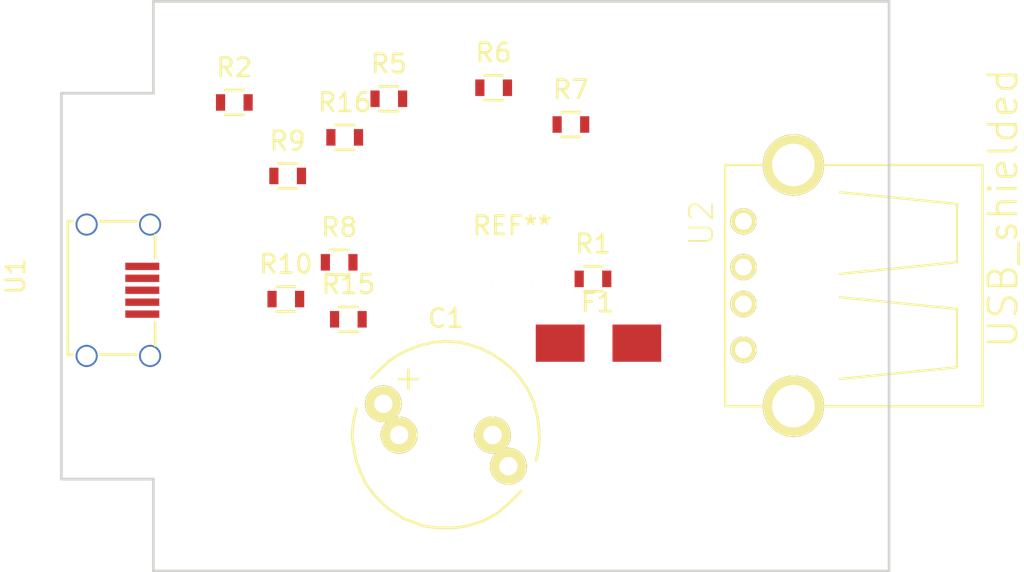
<source format=kicad_pcb>
(kicad_pcb (version 4) (host pcbnew 4.0.4+e1-6308~48~ubuntu16.04.1-stable)

  (general
    (links 19)
    (no_connects 19)
    (area 147.124999 80.924999 192.275001 111.875001)
    (thickness 1.6)
    (drawings 11)
    (tracks 0)
    (zones 0)
    (modules 15)
    (nets 13)
  )

  (page A4)
  (layers
    (0 F.Cu signal)
    (31 B.Cu signal)
    (32 B.Adhes user)
    (33 F.Adhes user)
    (34 B.Paste user)
    (35 F.Paste user)
    (36 B.SilkS user)
    (37 F.SilkS user)
    (38 B.Mask user)
    (39 F.Mask user)
    (40 Dwgs.User user)
    (41 Cmts.User user)
    (42 Eco1.User user)
    (43 Eco2.User user)
    (44 Edge.Cuts user)
    (45 Margin user)
    (46 B.CrtYd user)
    (47 F.CrtYd user)
    (48 B.Fab user)
    (49 F.Fab user)
  )

  (setup
    (last_trace_width 0.25)
    (trace_clearance 0.2)
    (zone_clearance 0.508)
    (zone_45_only no)
    (trace_min 0.2)
    (segment_width 0.2)
    (edge_width 0.15)
    (via_size 0.6)
    (via_drill 0.4)
    (via_min_size 0.4)
    (via_min_drill 0.3)
    (uvia_size 0.3)
    (uvia_drill 0.1)
    (uvias_allowed no)
    (uvia_min_size 0.2)
    (uvia_min_drill 0.1)
    (pcb_text_width 0.3)
    (pcb_text_size 1.5 1.5)
    (mod_edge_width 0.15)
    (mod_text_size 1 1)
    (mod_text_width 0.15)
    (pad_size 1.524 1.524)
    (pad_drill 0.762)
    (pad_to_mask_clearance 0.2)
    (aux_axis_origin 0 0)
    (visible_elements FFFFFF7F)
    (pcbplotparams
      (layerselection 0x00030_80000001)
      (usegerberextensions false)
      (excludeedgelayer true)
      (linewidth 0.100000)
      (plotframeref false)
      (viasonmask false)
      (mode 1)
      (useauxorigin false)
      (hpglpennumber 1)
      (hpglpenspeed 20)
      (hpglpendiameter 15)
      (hpglpenoverlay 2)
      (psnegative false)
      (psa4output false)
      (plotreference true)
      (plotvalue true)
      (plotinvisibletext false)
      (padsonsilk false)
      (subtractmaskfromsilk false)
      (outputformat 1)
      (mirror false)
      (drillshape 1)
      (scaleselection 1)
      (outputdirectory ""))
  )

  (net 0 "")
  (net 1 GND)
  (net 2 +5V)
  (net 3 "Net-(C1-Pad2)")
  (net 4 "Net-(C1-Pad1)")
  (net 5 "Net-(F1-Pad1)")
  (net 6 "Net-(R1-Pad1)")
  (net 7 "Net-(R1-Pad2)")
  (net 8 "Net-(R10-Pad2)")
  (net 9 "Net-(R2-Pad2)")
  (net 10 "Net-(R5-Pad2)")
  (net 11 D+)
  (net 12 D-)

  (net_class Default "This is the default net class."
    (clearance 0.2)
    (trace_width 0.25)
    (via_dia 0.6)
    (via_drill 0.4)
    (uvia_dia 0.3)
    (uvia_drill 0.1)
    (add_net +5V)
    (add_net D+)
    (add_net D-)
    (add_net GND)
    (add_net "Net-(C1-Pad1)")
    (add_net "Net-(C1-Pad2)")
    (add_net "Net-(F1-Pad1)")
    (add_net "Net-(R1-Pad1)")
    (add_net "Net-(R1-Pad2)")
    (add_net "Net-(R10-Pad2)")
    (add_net "Net-(R2-Pad2)")
    (add_net "Net-(R5-Pad2)")
  )

  (module Capacitors_ThroughHole:C_Radial_D10_L20_P5-7.5 (layer F.Cu) (tedit 0) (tstamp 5803E1B9)
    (at 168.3 104.4)
    (descr "Electrolytic Capacitor, vertical, diameter 10mm, RM 5-7.5mm, Copper without +, radial,")
    (tags "Electrolytic Capacitor, vertical, diameter 10mm, RM 5-7.5mm, Copper without +, radial,")
    (path /58040830)
    (fp_text reference C1 (at 0 -6.35) (layer F.SilkS)
      (effects (font (size 1 1) (thickness 0.15)))
    )
    (fp_text value CP (at 0 6.35) (layer F.Fab)
      (effects (font (size 1 1) (thickness 0.15)))
    )
    (fp_line (start -4.84886 -1.45034) (end -4.95046 -1.09982) (layer F.SilkS) (width 0.15))
    (fp_line (start -4.95046 -1.09982) (end -5.04952 -0.59944) (layer F.SilkS) (width 0.15))
    (fp_line (start -5.04952 -0.59944) (end -5.10032 0.09906) (layer F.SilkS) (width 0.15))
    (fp_line (start -5.10032 0.09906) (end -5.00126 0.70104) (layer F.SilkS) (width 0.15))
    (fp_line (start -5.00126 0.70104) (end -4.89966 1.30048) (layer F.SilkS) (width 0.15))
    (fp_line (start -4.89966 1.30048) (end -4.65074 1.99898) (layer F.SilkS) (width 0.15))
    (fp_line (start -4.65074 1.99898) (end -4.35102 2.64922) (layer F.SilkS) (width 0.15))
    (fp_line (start -4.35102 2.64922) (end -3.8989 3.2512) (layer F.SilkS) (width 0.15))
    (fp_line (start -3.8989 3.2512) (end -3.2004 3.9497) (layer F.SilkS) (width 0.15))
    (fp_line (start -3.2004 3.9497) (end -2.30124 4.54914) (layer F.SilkS) (width 0.15))
    (fp_line (start -2.30124 4.54914) (end -1.19888 4.95046) (layer F.SilkS) (width 0.15))
    (fp_line (start -1.19888 4.95046) (end -0.44958 5.04952) (layer F.SilkS) (width 0.15))
    (fp_line (start -0.44958 5.04952) (end 0.44958 5.04952) (layer F.SilkS) (width 0.15))
    (fp_line (start 0.44958 5.04952) (end 1.15062 4.95046) (layer F.SilkS) (width 0.15))
    (fp_line (start 1.15062 4.95046) (end 2.10058 4.65074) (layer F.SilkS) (width 0.15))
    (fp_line (start 2.10058 4.65074) (end 2.79908 4.24942) (layer F.SilkS) (width 0.15))
    (fp_line (start 2.79908 4.24942) (end 3.50012 3.64998) (layer F.SilkS) (width 0.15))
    (fp_line (start 3.50012 3.64998) (end 4.09956 3.05054) (layer F.SilkS) (width 0.15))
    (fp_line (start 4.95046 -1.15062) (end 4.7498 -1.84912) (layer F.SilkS) (width 0.15))
    (fp_line (start 4.7498 -1.84912) (end 4.45008 -2.49936) (layer F.SilkS) (width 0.15))
    (fp_line (start 4.45008 -2.49936) (end 4.0005 -3.1496) (layer F.SilkS) (width 0.15))
    (fp_line (start 4.0005 -3.1496) (end 3.59918 -3.59918) (layer F.SilkS) (width 0.15))
    (fp_line (start 3.59918 -3.59918) (end 3.05054 -4.04876) (layer F.SilkS) (width 0.15))
    (fp_line (start 3.05054 -4.04876) (end 2.60096 -4.35102) (layer F.SilkS) (width 0.15))
    (fp_line (start 2.60096 -4.35102) (end 1.95072 -4.699) (layer F.SilkS) (width 0.15))
    (fp_line (start 1.95072 -4.699) (end 1.34874 -4.89966) (layer F.SilkS) (width 0.15))
    (fp_line (start 1.34874 -4.89966) (end 0.70104 -5.04952) (layer F.SilkS) (width 0.15))
    (fp_line (start 0.70104 -5.04952) (end -0.0508 -5.10032) (layer F.SilkS) (width 0.15))
    (fp_line (start -0.0508 -5.10032) (end -0.70104 -5.04952) (layer F.SilkS) (width 0.15))
    (fp_line (start -0.70104 -5.04952) (end -1.50114 -4.84886) (layer F.SilkS) (width 0.15))
    (fp_line (start -1.50114 -4.84886) (end -2.3495 -4.50088) (layer F.SilkS) (width 0.15))
    (fp_line (start -2.3495 -4.50088) (end -2.99974 -4.09956) (layer F.SilkS) (width 0.15))
    (fp_line (start -2.99974 -4.09956) (end -3.59918 -3.55092) (layer F.SilkS) (width 0.15))
    (fp_line (start -3.59918 -3.55092) (end -4.04876 -3.0988) (layer F.SilkS) (width 0.15))
    (fp_line (start 4.89966 1.39954) (end 5.00126 0.94996) (layer F.SilkS) (width 0.15))
    (fp_line (start 5.00126 0.94996) (end 5.10032 0.24892) (layer F.SilkS) (width 0.15))
    (fp_line (start 5.10032 0.24892) (end 5.04952 -0.50038) (layer F.SilkS) (width 0.15))
    (fp_line (start 5.04952 -0.50038) (end 4.95046 -1.15062) (layer F.SilkS) (width 0.15))
    (fp_line (start -2.032 -3.556) (end -2.032 -2.54) (layer F.SilkS) (width 0.15))
    (fp_line (start -2.54 -3.048) (end -1.524 -3.048) (layer F.SilkS) (width 0.15))
    (pad 2 thru_hole circle (at 3.40106 1.69926) (size 1.99898 1.99898) (drill 1.00076) (layers *.Cu *.Mask F.SilkS)
      (net 3 "Net-(C1-Pad2)"))
    (pad 1 thru_hole circle (at -3.40106 -1.69926) (size 1.99898 1.99898) (drill 1.00076) (layers *.Cu *.Mask F.SilkS)
      (net 4 "Net-(C1-Pad1)"))
    (pad 2 thru_hole circle (at 2.54 0) (size 1.99898 1.99898) (drill 1.00076) (layers *.Cu *.Mask F.SilkS)
      (net 3 "Net-(C1-Pad2)"))
    (pad 1 thru_hole circle (at -2.54 0) (size 1.99898 1.99898) (drill 1.00076) (layers *.Cu *.Mask F.SilkS)
      (net 4 "Net-(C1-Pad1)"))
  )

  (module Fuse_Holders_and_Fuses:Fuse_SMD1206_HandSoldering (layer F.Cu) (tedit 0) (tstamp 5803E1BF)
    (at 176.6 99.4)
    (descr "Fuse, Sicherung, SMD1206, Littlefuse-Wickmann 433 Series, Hand Soldering,")
    (tags "Fuse, Sicherung, SMD1206,  Littlefuse-Wickmann 433 Series, Hand Soldering,")
    (path /5803D906)
    (attr smd)
    (fp_text reference F1 (at -0.0508 -2.19964) (layer F.SilkS)
      (effects (font (size 1 1) (thickness 0.15)))
    )
    (fp_text value FUSE (at -0.14986 2.49936) (layer F.Fab)
      (effects (font (size 1 1) (thickness 0.15)))
    )
    (pad 1 smd rect (at -2.08534 0 90) (size 2.02946 2.65176) (layers F.Cu F.Paste F.Mask)
      (net 5 "Net-(F1-Pad1)"))
    (pad 2 smd rect (at 2.08534 0 90) (size 2.02946 2.65176) (layers F.Cu F.Paste F.Mask)
      (net 2 +5V))
  )

  (module Resistors_SMD:R_0603 (layer F.Cu) (tedit 5415CC62) (tstamp 5803E1C5)
    (at 176.3 95.9)
    (descr "Resistor SMD 0603, reflow soldering, Vishay (see dcrcw.pdf)")
    (tags "resistor 0603")
    (path /5803DB01)
    (attr smd)
    (fp_text reference R1 (at 0 -1.9) (layer F.SilkS)
      (effects (font (size 1 1) (thickness 0.15)))
    )
    (fp_text value R (at 0 1.9) (layer F.Fab)
      (effects (font (size 1 1) (thickness 0.15)))
    )
    (fp_line (start -1.3 -0.8) (end 1.3 -0.8) (layer F.CrtYd) (width 0.05))
    (fp_line (start -1.3 0.8) (end 1.3 0.8) (layer F.CrtYd) (width 0.05))
    (fp_line (start -1.3 -0.8) (end -1.3 0.8) (layer F.CrtYd) (width 0.05))
    (fp_line (start 1.3 -0.8) (end 1.3 0.8) (layer F.CrtYd) (width 0.05))
    (fp_line (start 0.5 0.675) (end -0.5 0.675) (layer F.SilkS) (width 0.15))
    (fp_line (start -0.5 -0.675) (end 0.5 -0.675) (layer F.SilkS) (width 0.15))
    (pad 1 smd rect (at -0.75 0) (size 0.5 0.9) (layers F.Cu F.Paste F.Mask)
      (net 6 "Net-(R1-Pad1)"))
    (pad 2 smd rect (at 0.75 0) (size 0.5 0.9) (layers F.Cu F.Paste F.Mask)
      (net 7 "Net-(R1-Pad2)"))
    (model Resistors_SMD.3dshapes/R_0603.wrl
      (at (xyz 0 0 0))
      (scale (xyz 1 1 1))
      (rotate (xyz 0 0 0))
    )
  )

  (module Resistors_SMD:R_0603 (layer F.Cu) (tedit 5415CC62) (tstamp 5803E1CB)
    (at 156.8 86.3)
    (descr "Resistor SMD 0603, reflow soldering, Vishay (see dcrcw.pdf)")
    (tags "resistor 0603")
    (path /5803EDA1)
    (attr smd)
    (fp_text reference R2 (at 0 -1.9) (layer F.SilkS)
      (effects (font (size 1 1) (thickness 0.15)))
    )
    (fp_text value R (at 0 1.9) (layer F.Fab)
      (effects (font (size 1 1) (thickness 0.15)))
    )
    (fp_line (start -1.3 -0.8) (end 1.3 -0.8) (layer F.CrtYd) (width 0.05))
    (fp_line (start -1.3 0.8) (end 1.3 0.8) (layer F.CrtYd) (width 0.05))
    (fp_line (start -1.3 -0.8) (end -1.3 0.8) (layer F.CrtYd) (width 0.05))
    (fp_line (start 1.3 -0.8) (end 1.3 0.8) (layer F.CrtYd) (width 0.05))
    (fp_line (start 0.5 0.675) (end -0.5 0.675) (layer F.SilkS) (width 0.15))
    (fp_line (start -0.5 -0.675) (end 0.5 -0.675) (layer F.SilkS) (width 0.15))
    (pad 1 smd rect (at -0.75 0) (size 0.5 0.9) (layers F.Cu F.Paste F.Mask)
      (net 8 "Net-(R10-Pad2)"))
    (pad 2 smd rect (at 0.75 0) (size 0.5 0.9) (layers F.Cu F.Paste F.Mask)
      (net 9 "Net-(R2-Pad2)"))
    (model Resistors_SMD.3dshapes/R_0603.wrl
      (at (xyz 0 0 0))
      (scale (xyz 1 1 1))
      (rotate (xyz 0 0 0))
    )
  )

  (module Resistors_SMD:R_0603 (layer F.Cu) (tedit 5415CC62) (tstamp 5803E1DD)
    (at 165.2 86.1)
    (descr "Resistor SMD 0603, reflow soldering, Vishay (see dcrcw.pdf)")
    (tags "resistor 0603")
    (path /5803DF41)
    (attr smd)
    (fp_text reference R5 (at 0 -1.9) (layer F.SilkS)
      (effects (font (size 1 1) (thickness 0.15)))
    )
    (fp_text value R (at 0 1.9) (layer F.Fab)
      (effects (font (size 1 1) (thickness 0.15)))
    )
    (fp_line (start -1.3 -0.8) (end 1.3 -0.8) (layer F.CrtYd) (width 0.05))
    (fp_line (start -1.3 0.8) (end 1.3 0.8) (layer F.CrtYd) (width 0.05))
    (fp_line (start -1.3 -0.8) (end -1.3 0.8) (layer F.CrtYd) (width 0.05))
    (fp_line (start 1.3 -0.8) (end 1.3 0.8) (layer F.CrtYd) (width 0.05))
    (fp_line (start 0.5 0.675) (end -0.5 0.675) (layer F.SilkS) (width 0.15))
    (fp_line (start -0.5 -0.675) (end 0.5 -0.675) (layer F.SilkS) (width 0.15))
    (pad 1 smd rect (at -0.75 0) (size 0.5 0.9) (layers F.Cu F.Paste F.Mask)
      (net 1 GND))
    (pad 2 smd rect (at 0.75 0) (size 0.5 0.9) (layers F.Cu F.Paste F.Mask)
      (net 10 "Net-(R5-Pad2)"))
    (model Resistors_SMD.3dshapes/R_0603.wrl
      (at (xyz 0 0 0))
      (scale (xyz 1 1 1))
      (rotate (xyz 0 0 0))
    )
  )

  (module Resistors_SMD:R_0603 (layer F.Cu) (tedit 5415CC62) (tstamp 5803E1E3)
    (at 170.9 85.5)
    (descr "Resistor SMD 0603, reflow soldering, Vishay (see dcrcw.pdf)")
    (tags "resistor 0603")
    (path /5803DFB0)
    (attr smd)
    (fp_text reference R6 (at 0 -1.9) (layer F.SilkS)
      (effects (font (size 1 1) (thickness 0.15)))
    )
    (fp_text value R (at 0 1.9) (layer F.Fab)
      (effects (font (size 1 1) (thickness 0.15)))
    )
    (fp_line (start -1.3 -0.8) (end 1.3 -0.8) (layer F.CrtYd) (width 0.05))
    (fp_line (start -1.3 0.8) (end 1.3 0.8) (layer F.CrtYd) (width 0.05))
    (fp_line (start -1.3 -0.8) (end -1.3 0.8) (layer F.CrtYd) (width 0.05))
    (fp_line (start 1.3 -0.8) (end 1.3 0.8) (layer F.CrtYd) (width 0.05))
    (fp_line (start 0.5 0.675) (end -0.5 0.675) (layer F.SilkS) (width 0.15))
    (fp_line (start -0.5 -0.675) (end 0.5 -0.675) (layer F.SilkS) (width 0.15))
    (pad 1 smd rect (at -0.75 0) (size 0.5 0.9) (layers F.Cu F.Paste F.Mask)
      (net 2 +5V))
    (pad 2 smd rect (at 0.75 0) (size 0.5 0.9) (layers F.Cu F.Paste F.Mask)
      (net 10 "Net-(R5-Pad2)"))
    (model Resistors_SMD.3dshapes/R_0603.wrl
      (at (xyz 0 0 0))
      (scale (xyz 1 1 1))
      (rotate (xyz 0 0 0))
    )
  )

  (module Resistors_SMD:R_0603 (layer F.Cu) (tedit 5415CC62) (tstamp 5803E1E9)
    (at 175.1 87.5)
    (descr "Resistor SMD 0603, reflow soldering, Vishay (see dcrcw.pdf)")
    (tags "resistor 0603")
    (path /5803DB72)
    (attr smd)
    (fp_text reference R7 (at 0 -1.9) (layer F.SilkS)
      (effects (font (size 1 1) (thickness 0.15)))
    )
    (fp_text value R (at 0 1.9) (layer F.Fab)
      (effects (font (size 1 1) (thickness 0.15)))
    )
    (fp_line (start -1.3 -0.8) (end 1.3 -0.8) (layer F.CrtYd) (width 0.05))
    (fp_line (start -1.3 0.8) (end 1.3 0.8) (layer F.CrtYd) (width 0.05))
    (fp_line (start -1.3 -0.8) (end -1.3 0.8) (layer F.CrtYd) (width 0.05))
    (fp_line (start 1.3 -0.8) (end 1.3 0.8) (layer F.CrtYd) (width 0.05))
    (fp_line (start 0.5 0.675) (end -0.5 0.675) (layer F.SilkS) (width 0.15))
    (fp_line (start -0.5 -0.675) (end 0.5 -0.675) (layer F.SilkS) (width 0.15))
    (pad 1 smd rect (at -0.75 0) (size 0.5 0.9) (layers F.Cu F.Paste F.Mask)
      (net 11 D+))
    (pad 2 smd rect (at 0.75 0) (size 0.5 0.9) (layers F.Cu F.Paste F.Mask)
      (net 7 "Net-(R1-Pad2)"))
    (model Resistors_SMD.3dshapes/R_0603.wrl
      (at (xyz 0 0 0))
      (scale (xyz 1 1 1))
      (rotate (xyz 0 0 0))
    )
  )

  (module Resistors_SMD:R_0603 (layer F.Cu) (tedit 5415CC62) (tstamp 5803E1EF)
    (at 162.5 95)
    (descr "Resistor SMD 0603, reflow soldering, Vishay (see dcrcw.pdf)")
    (tags "resistor 0603")
    (path /5803DBB9)
    (attr smd)
    (fp_text reference R8 (at 0 -1.9) (layer F.SilkS)
      (effects (font (size 1 1) (thickness 0.15)))
    )
    (fp_text value R (at 0 1.9) (layer F.Fab)
      (effects (font (size 1 1) (thickness 0.15)))
    )
    (fp_line (start -1.3 -0.8) (end 1.3 -0.8) (layer F.CrtYd) (width 0.05))
    (fp_line (start -1.3 0.8) (end 1.3 0.8) (layer F.CrtYd) (width 0.05))
    (fp_line (start -1.3 -0.8) (end -1.3 0.8) (layer F.CrtYd) (width 0.05))
    (fp_line (start 1.3 -0.8) (end 1.3 0.8) (layer F.CrtYd) (width 0.05))
    (fp_line (start 0.5 0.675) (end -0.5 0.675) (layer F.SilkS) (width 0.15))
    (fp_line (start -0.5 -0.675) (end 0.5 -0.675) (layer F.SilkS) (width 0.15))
    (pad 1 smd rect (at -0.75 0) (size 0.5 0.9) (layers F.Cu F.Paste F.Mask)
      (net 12 D-))
    (pad 2 smd rect (at 0.75 0) (size 0.5 0.9) (layers F.Cu F.Paste F.Mask)
      (net 6 "Net-(R1-Pad1)"))
    (model Resistors_SMD.3dshapes/R_0603.wrl
      (at (xyz 0 0 0))
      (scale (xyz 1 1 1))
      (rotate (xyz 0 0 0))
    )
  )

  (module Resistors_SMD:R_0603 (layer F.Cu) (tedit 5415CC62) (tstamp 5803E1F5)
    (at 159.7 90.3)
    (descr "Resistor SMD 0603, reflow soldering, Vishay (see dcrcw.pdf)")
    (tags "resistor 0603")
    (path /5803EDA7)
    (attr smd)
    (fp_text reference R9 (at 0 -1.9) (layer F.SilkS)
      (effects (font (size 1 1) (thickness 0.15)))
    )
    (fp_text value R (at 0 1.9) (layer F.Fab)
      (effects (font (size 1 1) (thickness 0.15)))
    )
    (fp_line (start -1.3 -0.8) (end 1.3 -0.8) (layer F.CrtYd) (width 0.05))
    (fp_line (start -1.3 0.8) (end 1.3 0.8) (layer F.CrtYd) (width 0.05))
    (fp_line (start -1.3 -0.8) (end -1.3 0.8) (layer F.CrtYd) (width 0.05))
    (fp_line (start 1.3 -0.8) (end 1.3 0.8) (layer F.CrtYd) (width 0.05))
    (fp_line (start 0.5 0.675) (end -0.5 0.675) (layer F.SilkS) (width 0.15))
    (fp_line (start -0.5 -0.675) (end 0.5 -0.675) (layer F.SilkS) (width 0.15))
    (pad 1 smd rect (at -0.75 0) (size 0.5 0.9) (layers F.Cu F.Paste F.Mask)
      (net 12 D-))
    (pad 2 smd rect (at 0.75 0) (size 0.5 0.9) (layers F.Cu F.Paste F.Mask)
      (net 9 "Net-(R2-Pad2)"))
    (model Resistors_SMD.3dshapes/R_0603.wrl
      (at (xyz 0 0 0))
      (scale (xyz 1 1 1))
      (rotate (xyz 0 0 0))
    )
  )

  (module Resistors_SMD:R_0603 (layer F.Cu) (tedit 5415CC62) (tstamp 5803E1FB)
    (at 159.6 97)
    (descr "Resistor SMD 0603, reflow soldering, Vishay (see dcrcw.pdf)")
    (tags "resistor 0603")
    (path /5803EDAD)
    (attr smd)
    (fp_text reference R10 (at 0 -1.9) (layer F.SilkS)
      (effects (font (size 1 1) (thickness 0.15)))
    )
    (fp_text value R (at 0 1.9) (layer F.Fab)
      (effects (font (size 1 1) (thickness 0.15)))
    )
    (fp_line (start -1.3 -0.8) (end 1.3 -0.8) (layer F.CrtYd) (width 0.05))
    (fp_line (start -1.3 0.8) (end 1.3 0.8) (layer F.CrtYd) (width 0.05))
    (fp_line (start -1.3 -0.8) (end -1.3 0.8) (layer F.CrtYd) (width 0.05))
    (fp_line (start 1.3 -0.8) (end 1.3 0.8) (layer F.CrtYd) (width 0.05))
    (fp_line (start 0.5 0.675) (end -0.5 0.675) (layer F.SilkS) (width 0.15))
    (fp_line (start -0.5 -0.675) (end 0.5 -0.675) (layer F.SilkS) (width 0.15))
    (pad 1 smd rect (at -0.75 0) (size 0.5 0.9) (layers F.Cu F.Paste F.Mask)
      (net 11 D+))
    (pad 2 smd rect (at 0.75 0) (size 0.5 0.9) (layers F.Cu F.Paste F.Mask)
      (net 8 "Net-(R10-Pad2)"))
    (model Resistors_SMD.3dshapes/R_0603.wrl
      (at (xyz 0 0 0))
      (scale (xyz 1 1 1))
      (rotate (xyz 0 0 0))
    )
  )

  (module Resistors_SMD:R_0603 (layer F.Cu) (tedit 5415CC62) (tstamp 5803E219)
    (at 163 98.1)
    (descr "Resistor SMD 0603, reflow soldering, Vishay (see dcrcw.pdf)")
    (tags "resistor 0603")
    (path /5803DD14)
    (attr smd)
    (fp_text reference R15 (at 0 -1.9) (layer F.SilkS)
      (effects (font (size 1 1) (thickness 0.15)))
    )
    (fp_text value R (at 0 1.9) (layer F.Fab)
      (effects (font (size 1 1) (thickness 0.15)))
    )
    (fp_line (start -1.3 -0.8) (end 1.3 -0.8) (layer F.CrtYd) (width 0.05))
    (fp_line (start -1.3 0.8) (end 1.3 0.8) (layer F.CrtYd) (width 0.05))
    (fp_line (start -1.3 -0.8) (end -1.3 0.8) (layer F.CrtYd) (width 0.05))
    (fp_line (start 1.3 -0.8) (end 1.3 0.8) (layer F.CrtYd) (width 0.05))
    (fp_line (start 0.5 0.675) (end -0.5 0.675) (layer F.SilkS) (width 0.15))
    (fp_line (start -0.5 -0.675) (end 0.5 -0.675) (layer F.SilkS) (width 0.15))
    (pad 1 smd rect (at -0.75 0) (size 0.5 0.9) (layers F.Cu F.Paste F.Mask)
      (net 11 D+))
    (pad 2 smd rect (at 0.75 0) (size 0.5 0.9) (layers F.Cu F.Paste F.Mask)
      (net 12 D-))
    (model Resistors_SMD.3dshapes/R_0603.wrl
      (at (xyz 0 0 0))
      (scale (xyz 1 1 1))
      (rotate (xyz 0 0 0))
    )
  )

  (module Resistors_SMD:R_0603 (layer F.Cu) (tedit 5415CC62) (tstamp 5803E21F)
    (at 162.8 88.2)
    (descr "Resistor SMD 0603, reflow soldering, Vishay (see dcrcw.pdf)")
    (tags "resistor 0603")
    (path /5803EDB3)
    (attr smd)
    (fp_text reference R16 (at 0 -1.9) (layer F.SilkS)
      (effects (font (size 1 1) (thickness 0.15)))
    )
    (fp_text value R (at 0 1.9) (layer F.Fab)
      (effects (font (size 1 1) (thickness 0.15)))
    )
    (fp_line (start -1.3 -0.8) (end 1.3 -0.8) (layer F.CrtYd) (width 0.05))
    (fp_line (start -1.3 0.8) (end 1.3 0.8) (layer F.CrtYd) (width 0.05))
    (fp_line (start -1.3 -0.8) (end -1.3 0.8) (layer F.CrtYd) (width 0.05))
    (fp_line (start 1.3 -0.8) (end 1.3 0.8) (layer F.CrtYd) (width 0.05))
    (fp_line (start 0.5 0.675) (end -0.5 0.675) (layer F.SilkS) (width 0.15))
    (fp_line (start -0.5 -0.675) (end 0.5 -0.675) (layer F.SilkS) (width 0.15))
    (pad 1 smd rect (at -0.75 0) (size 0.5 0.9) (layers F.Cu F.Paste F.Mask)
      (net 12 D-))
    (pad 2 smd rect (at 0.75 0) (size 0.5 0.9) (layers F.Cu F.Paste F.Mask)
      (net 11 D+))
    (model Resistors_SMD.3dshapes/R_0603.wrl
      (at (xyz 0 0 0))
      (scale (xyz 1 1 1))
      (rotate (xyz 0 0 0))
    )
  )

  (module SquantorUsb:SquantorUsb-USB-A-H (layer F.Cu) (tedit 5803E052) (tstamp 5803E235)
    (at 187.198 96.266 180)
    (descr "USB SERIES A HOLE MOUNTED")
    (tags "USB SERIES A HOLE MOUNTED")
    (path /5803E9D0)
    (attr virtual)
    (fp_text reference U2 (at 5 3.4 270) (layer F.SilkS)
      (effects (font (size 1.27 1.27) (thickness 0.1016)))
    )
    (fp_text value USB_shielded (at -11.4 4.2 270) (layer F.SilkS)
      (effects (font (thickness 0.15)))
    )
    (fp_line (start 3.6957 -6.5659) (end -10.287 -6.5659) (layer F.SilkS) (width 0.127))
    (fp_line (start 3.6957 6.5659) (end -10.287 6.5659) (layer F.SilkS) (width 0.127))
    (fp_line (start -10.287 -6.477) (end -10.287 6.477) (layer F.SilkS) (width 0.127))
    (fp_line (start 3.7084 -6.5024) (end 3.7084 6.5024) (layer F.SilkS) (width 0.127))
    (fp_line (start -2.54 5.08) (end -8.89 4.445) (layer F.SilkS) (width 0.127))
    (fp_line (start -8.89 4.445) (end -8.89 1.27) (layer F.SilkS) (width 0.127))
    (fp_line (start -8.89 1.27) (end -2.54 0.635) (layer F.SilkS) (width 0.127))
    (fp_line (start -2.54 -5.08) (end -8.89 -4.445) (layer F.SilkS) (width 0.127))
    (fp_line (start -8.89 -4.445) (end -8.89 -1.27) (layer F.SilkS) (width 0.127))
    (fp_line (start -8.89 -1.27) (end -2.54 -0.635) (layer F.SilkS) (width 0.127))
    (pad D+ thru_hole circle (at 2.7178 1.0033 180) (size 1.4224 1.4224) (drill 0.9144) (layers *.Cu F.Paste F.SilkS F.Mask))
    (pad D- thru_hole circle (at 2.7178 -1.0033 180) (size 1.4224 1.4224) (drill 0.9144) (layers *.Cu F.Paste F.SilkS F.Mask))
    (pad GND thru_hole circle (at 2.7178 3.4925 180) (size 1.4224 1.4224) (drill 0.9144) (layers *.Cu F.Paste F.SilkS F.Mask))
    (pad S thru_hole circle (at 0 6.5659 180) (size 3.3274 3.3274) (drill 2.3114) (layers *.Cu F.Paste F.SilkS F.Mask))
    (pad S thru_hole circle (at 0 -6.5659 180) (size 3.3274 3.3274) (drill 2.3114) (layers *.Cu F.Paste F.SilkS F.Mask))
    (pad VBUS thru_hole circle (at 2.7178 -3.4925 180) (size 1.4224 1.4224) (drill 0.9144) (layers *.Cu F.Paste F.SilkS F.Mask))
  )

  (module SquantorUsb:SquantorUsb-USB-UB-SMD4H (layer F.Cu) (tedit 5803E20A) (tstamp 57746CBE)
    (at 150.495 96.52 270)
    (path /577434D6)
    (fp_text reference U1 (at -0.762 5.588 270) (layer F.SilkS)
      (effects (font (size 1 1) (thickness 0.15)))
    )
    (fp_text value USB-micro (at -0.381 -6.731 270) (layer F.Fab)
      (effects (font (size 1 1) (thickness 0.15)))
    )
    (fp_line (start 3.5 2.5) (end 3.5 2.75) (layer F.SilkS) (width 0.15))
    (fp_line (start 3.5 2.75) (end -3.75 2.75) (layer F.SilkS) (width 0.15))
    (fp_line (start -3.75 2.75) (end -3.75 2.5) (layer F.SilkS) (width 0.15))
    (fp_line (start -3.75 -1) (end -3.75 1) (layer F.SilkS) (width 0.15))
    (fp_line (start 3.5 -1) (end 3.5 1) (layer F.SilkS) (width 0.15))
    (fp_line (start 1.75 -2) (end 3 -2) (layer F.SilkS) (width 0.15))
    (fp_line (start -3 -2) (end -1.75 -2) (layer F.SilkS) (width 0.15))
    (pad S thru_hole circle (at -3.575 -1.725 270) (size 1.2 1.2) (drill 1) (layers *.Cu *.Mask))
    (pad S thru_hole circle (at 3.575 -1.725 270) (size 1.2 1.2) (drill 1) (layers *.Cu *.Mask))
    (pad S thru_hole circle (at -3.575 1.725 270) (size 1.2 1.2) (drill 1) (layers *.Cu *.Mask))
    (pad "" np_thru_hole circle (at -2 -0.575 270) (size 0.8 0.8) (drill 0.8) (layers *.Cu *.Mask F.SilkS))
    (pad 5 smd rect (at 1.3 -1.3 270) (size 0.4 1.85) (layers F.Cu F.Paste F.Mask)
      (net 1 GND))
    (pad 4 smd rect (at 0.65 -1.3 270) (size 0.4 1.85) (layers F.Cu F.Paste F.Mask)
      (net 10 "Net-(R5-Pad2)"))
    (pad 3 smd rect (at 0 -1.3 270) (size 0.4 1.85) (layers F.Cu F.Paste F.Mask)
      (net 7 "Net-(R1-Pad2)"))
    (pad 2 smd rect (at -0.65 -1.3 270) (size 0.4 1.85) (layers F.Cu F.Paste F.Mask)
      (net 6 "Net-(R1-Pad1)"))
    (pad 1 smd rect (at -1.3 -1.3 270) (size 0.4 1.85) (layers F.Cu F.Paste F.Mask)
      (net 5 "Net-(F1-Pad1)"))
    (pad "" np_thru_hole circle (at 2 -0.575 270) (size 0.8 0.8) (drill 0.8) (layers *.Cu *.Mask F.SilkS))
    (pad S thru_hole circle (at 3.575 1.725 270) (size 1.2 1.2) (drill 1) (layers *.Cu *.Mask))
  )

  (module Mounting_Holes:MountingHole_2.2mm_M2 locked (layer F.Cu) (tedit 56D1B4CB) (tstamp 58053B01)
    (at 171.9 96.2)
    (descr "Mounting Hole 2.2mm, no annular, M2")
    (tags "mounting hole 2.2mm no annular m2")
    (fp_text reference REF** (at 0 -3.2) (layer F.SilkS)
      (effects (font (size 1 1) (thickness 0.15)))
    )
    (fp_text value MountingHole_2.2mm_M2 (at 0 3.2) (layer F.Fab)
      (effects (font (size 1 1) (thickness 0.15)))
    )
    (fp_circle (center 0 0) (end 2.2 0) (layer Cmts.User) (width 0.15))
    (fp_circle (center 0 0) (end 2.45 0) (layer F.CrtYd) (width 0.05))
    (pad 1 np_thru_hole circle (at 0 0) (size 2.2 2.2) (drill 2.2) (layers *.Cu *.Mask F.SilkS))
  )

  (gr_line (start 147.5 85.8) (end 147.4 85.8) (angle 90) (layer Edge.Cuts) (width 0.15))
  (gr_line (start 147.4 85.8) (end 147.5 85.8) (angle 90) (layer Edge.Cuts) (width 0.15))
  (gr_line (start 147.4 106.8) (end 147.4 85.8) (angle 90) (layer Edge.Cuts) (width 0.15))
  (gr_line (start 152.4 106.8) (end 147.4 106.8) (angle 90) (layer Edge.Cuts) (width 0.15))
  (gr_line (start 152.4 111.8) (end 152.4 106.8) (angle 90) (layer Edge.Cuts) (width 0.15))
  (gr_line (start 154.7 111.8) (end 152.4 111.8) (angle 90) (layer Edge.Cuts) (width 0.15))
  (gr_line (start 192.4 111.8) (end 154.7 111.8) (angle 90) (layer Edge.Cuts) (width 0.15))
  (gr_line (start 192.4 80.8) (end 192.4 111.8) (angle 90) (layer Edge.Cuts) (width 0.15))
  (gr_line (start 152.4 80.8) (end 192.4 80.8) (angle 90) (layer Edge.Cuts) (width 0.15))
  (gr_line (start 152.4 85.8) (end 152.4 80.8) (angle 90) (layer Edge.Cuts) (width 0.15))
  (gr_line (start 147.4 85.8) (end 152.4 85.8) (angle 90) (layer Edge.Cuts) (width 0.15))

)

</source>
